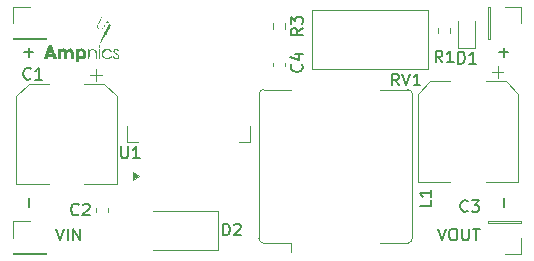
<source format=gbr>
%TF.GenerationSoftware,KiCad,Pcbnew,9.0.1*%
%TF.CreationDate,2025-11-29T01:29:33+04:00*%
%TF.ProjectId,BC-LM2596-ADJ,42432d4c-4d32-4353-9936-2d41444a2e6b,rev?*%
%TF.SameCoordinates,Original*%
%TF.FileFunction,Legend,Top*%
%TF.FilePolarity,Positive*%
%FSLAX46Y46*%
G04 Gerber Fmt 4.6, Leading zero omitted, Abs format (unit mm)*
G04 Created by KiCad (PCBNEW 9.0.1) date 2025-11-29 01:29:33*
%MOMM*%
%LPD*%
G01*
G04 APERTURE LIST*
%ADD10C,0.200000*%
%ADD11C,0.150000*%
%ADD12C,0.120000*%
%ADD13C,0.000000*%
G04 APERTURE END LIST*
D10*
X131536266Y-87020906D02*
X131536266Y-86259002D01*
X125976816Y-88817219D02*
X126310149Y-89817219D01*
X126310149Y-89817219D02*
X126643482Y-88817219D01*
X127167292Y-88817219D02*
X127357768Y-88817219D01*
X127357768Y-88817219D02*
X127453006Y-88864838D01*
X127453006Y-88864838D02*
X127548244Y-88960076D01*
X127548244Y-88960076D02*
X127595863Y-89150552D01*
X127595863Y-89150552D02*
X127595863Y-89483885D01*
X127595863Y-89483885D02*
X127548244Y-89674361D01*
X127548244Y-89674361D02*
X127453006Y-89769600D01*
X127453006Y-89769600D02*
X127357768Y-89817219D01*
X127357768Y-89817219D02*
X127167292Y-89817219D01*
X127167292Y-89817219D02*
X127072054Y-89769600D01*
X127072054Y-89769600D02*
X126976816Y-89674361D01*
X126976816Y-89674361D02*
X126929197Y-89483885D01*
X126929197Y-89483885D02*
X126929197Y-89150552D01*
X126929197Y-89150552D02*
X126976816Y-88960076D01*
X126976816Y-88960076D02*
X127072054Y-88864838D01*
X127072054Y-88864838D02*
X127167292Y-88817219D01*
X128024435Y-88817219D02*
X128024435Y-89626742D01*
X128024435Y-89626742D02*
X128072054Y-89721980D01*
X128072054Y-89721980D02*
X128119673Y-89769600D01*
X128119673Y-89769600D02*
X128214911Y-89817219D01*
X128214911Y-89817219D02*
X128405387Y-89817219D01*
X128405387Y-89817219D02*
X128500625Y-89769600D01*
X128500625Y-89769600D02*
X128548244Y-89721980D01*
X128548244Y-89721980D02*
X128595863Y-89626742D01*
X128595863Y-89626742D02*
X128595863Y-88817219D01*
X128929197Y-88817219D02*
X129500625Y-88817219D01*
X129214911Y-89817219D02*
X129214911Y-88817219D01*
X131169673Y-73886266D02*
X131931578Y-73886266D01*
X131550625Y-74267219D02*
X131550625Y-73505314D01*
X93626816Y-88817219D02*
X93960149Y-89817219D01*
X93960149Y-89817219D02*
X94293482Y-88817219D01*
X94626816Y-89817219D02*
X94626816Y-88817219D01*
X95103006Y-89817219D02*
X95103006Y-88817219D01*
X95103006Y-88817219D02*
X95674434Y-89817219D01*
X95674434Y-89817219D02*
X95674434Y-88817219D01*
X91336266Y-87020906D02*
X91336266Y-86259002D01*
X90919673Y-73886266D02*
X91681578Y-73886266D01*
X91300625Y-74267219D02*
X91300625Y-73505314D01*
D11*
X107761905Y-89404819D02*
X107761905Y-88404819D01*
X107761905Y-88404819D02*
X108000000Y-88404819D01*
X108000000Y-88404819D02*
X108142857Y-88452438D01*
X108142857Y-88452438D02*
X108238095Y-88547676D01*
X108238095Y-88547676D02*
X108285714Y-88642914D01*
X108285714Y-88642914D02*
X108333333Y-88833390D01*
X108333333Y-88833390D02*
X108333333Y-88976247D01*
X108333333Y-88976247D02*
X108285714Y-89166723D01*
X108285714Y-89166723D02*
X108238095Y-89261961D01*
X108238095Y-89261961D02*
X108142857Y-89357200D01*
X108142857Y-89357200D02*
X108000000Y-89404819D01*
X108000000Y-89404819D02*
X107761905Y-89404819D01*
X108714286Y-88500057D02*
X108761905Y-88452438D01*
X108761905Y-88452438D02*
X108857143Y-88404819D01*
X108857143Y-88404819D02*
X109095238Y-88404819D01*
X109095238Y-88404819D02*
X109190476Y-88452438D01*
X109190476Y-88452438D02*
X109238095Y-88500057D01*
X109238095Y-88500057D02*
X109285714Y-88595295D01*
X109285714Y-88595295D02*
X109285714Y-88690533D01*
X109285714Y-88690533D02*
X109238095Y-88833390D01*
X109238095Y-88833390D02*
X108666667Y-89404819D01*
X108666667Y-89404819D02*
X109285714Y-89404819D01*
X128483333Y-87309580D02*
X128435714Y-87357200D01*
X128435714Y-87357200D02*
X128292857Y-87404819D01*
X128292857Y-87404819D02*
X128197619Y-87404819D01*
X128197619Y-87404819D02*
X128054762Y-87357200D01*
X128054762Y-87357200D02*
X127959524Y-87261961D01*
X127959524Y-87261961D02*
X127911905Y-87166723D01*
X127911905Y-87166723D02*
X127864286Y-86976247D01*
X127864286Y-86976247D02*
X127864286Y-86833390D01*
X127864286Y-86833390D02*
X127911905Y-86642914D01*
X127911905Y-86642914D02*
X127959524Y-86547676D01*
X127959524Y-86547676D02*
X128054762Y-86452438D01*
X128054762Y-86452438D02*
X128197619Y-86404819D01*
X128197619Y-86404819D02*
X128292857Y-86404819D01*
X128292857Y-86404819D02*
X128435714Y-86452438D01*
X128435714Y-86452438D02*
X128483333Y-86500057D01*
X128816667Y-86404819D02*
X129435714Y-86404819D01*
X129435714Y-86404819D02*
X129102381Y-86785771D01*
X129102381Y-86785771D02*
X129245238Y-86785771D01*
X129245238Y-86785771D02*
X129340476Y-86833390D01*
X129340476Y-86833390D02*
X129388095Y-86881009D01*
X129388095Y-86881009D02*
X129435714Y-86976247D01*
X129435714Y-86976247D02*
X129435714Y-87214342D01*
X129435714Y-87214342D02*
X129388095Y-87309580D01*
X129388095Y-87309580D02*
X129340476Y-87357200D01*
X129340476Y-87357200D02*
X129245238Y-87404819D01*
X129245238Y-87404819D02*
X128959524Y-87404819D01*
X128959524Y-87404819D02*
X128864286Y-87357200D01*
X128864286Y-87357200D02*
X128816667Y-87309580D01*
X127661905Y-74854819D02*
X127661905Y-73854819D01*
X127661905Y-73854819D02*
X127900000Y-73854819D01*
X127900000Y-73854819D02*
X128042857Y-73902438D01*
X128042857Y-73902438D02*
X128138095Y-73997676D01*
X128138095Y-73997676D02*
X128185714Y-74092914D01*
X128185714Y-74092914D02*
X128233333Y-74283390D01*
X128233333Y-74283390D02*
X128233333Y-74426247D01*
X128233333Y-74426247D02*
X128185714Y-74616723D01*
X128185714Y-74616723D02*
X128138095Y-74711961D01*
X128138095Y-74711961D02*
X128042857Y-74807200D01*
X128042857Y-74807200D02*
X127900000Y-74854819D01*
X127900000Y-74854819D02*
X127661905Y-74854819D01*
X129185714Y-74854819D02*
X128614286Y-74854819D01*
X128900000Y-74854819D02*
X128900000Y-73854819D01*
X128900000Y-73854819D02*
X128804762Y-73997676D01*
X128804762Y-73997676D02*
X128709524Y-74092914D01*
X128709524Y-74092914D02*
X128614286Y-74140533D01*
X99138095Y-81854819D02*
X99138095Y-82664342D01*
X99138095Y-82664342D02*
X99185714Y-82759580D01*
X99185714Y-82759580D02*
X99233333Y-82807200D01*
X99233333Y-82807200D02*
X99328571Y-82854819D01*
X99328571Y-82854819D02*
X99519047Y-82854819D01*
X99519047Y-82854819D02*
X99614285Y-82807200D01*
X99614285Y-82807200D02*
X99661904Y-82759580D01*
X99661904Y-82759580D02*
X99709523Y-82664342D01*
X99709523Y-82664342D02*
X99709523Y-81854819D01*
X100709523Y-82854819D02*
X100138095Y-82854819D01*
X100423809Y-82854819D02*
X100423809Y-81854819D01*
X100423809Y-81854819D02*
X100328571Y-81997676D01*
X100328571Y-81997676D02*
X100233333Y-82092914D01*
X100233333Y-82092914D02*
X100138095Y-82140533D01*
X122654761Y-76704819D02*
X122321428Y-76228628D01*
X122083333Y-76704819D02*
X122083333Y-75704819D01*
X122083333Y-75704819D02*
X122464285Y-75704819D01*
X122464285Y-75704819D02*
X122559523Y-75752438D01*
X122559523Y-75752438D02*
X122607142Y-75800057D01*
X122607142Y-75800057D02*
X122654761Y-75895295D01*
X122654761Y-75895295D02*
X122654761Y-76038152D01*
X122654761Y-76038152D02*
X122607142Y-76133390D01*
X122607142Y-76133390D02*
X122559523Y-76181009D01*
X122559523Y-76181009D02*
X122464285Y-76228628D01*
X122464285Y-76228628D02*
X122083333Y-76228628D01*
X122940476Y-75704819D02*
X123273809Y-76704819D01*
X123273809Y-76704819D02*
X123607142Y-75704819D01*
X124464285Y-76704819D02*
X123892857Y-76704819D01*
X124178571Y-76704819D02*
X124178571Y-75704819D01*
X124178571Y-75704819D02*
X124083333Y-75847676D01*
X124083333Y-75847676D02*
X123988095Y-75942914D01*
X123988095Y-75942914D02*
X123892857Y-75990533D01*
X95533333Y-87609580D02*
X95485714Y-87657200D01*
X95485714Y-87657200D02*
X95342857Y-87704819D01*
X95342857Y-87704819D02*
X95247619Y-87704819D01*
X95247619Y-87704819D02*
X95104762Y-87657200D01*
X95104762Y-87657200D02*
X95009524Y-87561961D01*
X95009524Y-87561961D02*
X94961905Y-87466723D01*
X94961905Y-87466723D02*
X94914286Y-87276247D01*
X94914286Y-87276247D02*
X94914286Y-87133390D01*
X94914286Y-87133390D02*
X94961905Y-86942914D01*
X94961905Y-86942914D02*
X95009524Y-86847676D01*
X95009524Y-86847676D02*
X95104762Y-86752438D01*
X95104762Y-86752438D02*
X95247619Y-86704819D01*
X95247619Y-86704819D02*
X95342857Y-86704819D01*
X95342857Y-86704819D02*
X95485714Y-86752438D01*
X95485714Y-86752438D02*
X95533333Y-86800057D01*
X95914286Y-86800057D02*
X95961905Y-86752438D01*
X95961905Y-86752438D02*
X96057143Y-86704819D01*
X96057143Y-86704819D02*
X96295238Y-86704819D01*
X96295238Y-86704819D02*
X96390476Y-86752438D01*
X96390476Y-86752438D02*
X96438095Y-86800057D01*
X96438095Y-86800057D02*
X96485714Y-86895295D01*
X96485714Y-86895295D02*
X96485714Y-86990533D01*
X96485714Y-86990533D02*
X96438095Y-87133390D01*
X96438095Y-87133390D02*
X95866667Y-87704819D01*
X95866667Y-87704819D02*
X96485714Y-87704819D01*
X91483333Y-76109580D02*
X91435714Y-76157200D01*
X91435714Y-76157200D02*
X91292857Y-76204819D01*
X91292857Y-76204819D02*
X91197619Y-76204819D01*
X91197619Y-76204819D02*
X91054762Y-76157200D01*
X91054762Y-76157200D02*
X90959524Y-76061961D01*
X90959524Y-76061961D02*
X90911905Y-75966723D01*
X90911905Y-75966723D02*
X90864286Y-75776247D01*
X90864286Y-75776247D02*
X90864286Y-75633390D01*
X90864286Y-75633390D02*
X90911905Y-75442914D01*
X90911905Y-75442914D02*
X90959524Y-75347676D01*
X90959524Y-75347676D02*
X91054762Y-75252438D01*
X91054762Y-75252438D02*
X91197619Y-75204819D01*
X91197619Y-75204819D02*
X91292857Y-75204819D01*
X91292857Y-75204819D02*
X91435714Y-75252438D01*
X91435714Y-75252438D02*
X91483333Y-75300057D01*
X92435714Y-76204819D02*
X91864286Y-76204819D01*
X92150000Y-76204819D02*
X92150000Y-75204819D01*
X92150000Y-75204819D02*
X92054762Y-75347676D01*
X92054762Y-75347676D02*
X91959524Y-75442914D01*
X91959524Y-75442914D02*
X91864286Y-75490533D01*
X126333333Y-74754819D02*
X126000000Y-74278628D01*
X125761905Y-74754819D02*
X125761905Y-73754819D01*
X125761905Y-73754819D02*
X126142857Y-73754819D01*
X126142857Y-73754819D02*
X126238095Y-73802438D01*
X126238095Y-73802438D02*
X126285714Y-73850057D01*
X126285714Y-73850057D02*
X126333333Y-73945295D01*
X126333333Y-73945295D02*
X126333333Y-74088152D01*
X126333333Y-74088152D02*
X126285714Y-74183390D01*
X126285714Y-74183390D02*
X126238095Y-74231009D01*
X126238095Y-74231009D02*
X126142857Y-74278628D01*
X126142857Y-74278628D02*
X125761905Y-74278628D01*
X127285714Y-74754819D02*
X126714286Y-74754819D01*
X127000000Y-74754819D02*
X127000000Y-73754819D01*
X127000000Y-73754819D02*
X126904762Y-73897676D01*
X126904762Y-73897676D02*
X126809524Y-73992914D01*
X126809524Y-73992914D02*
X126714286Y-74040533D01*
X114409580Y-74916666D02*
X114457200Y-74964285D01*
X114457200Y-74964285D02*
X114504819Y-75107142D01*
X114504819Y-75107142D02*
X114504819Y-75202380D01*
X114504819Y-75202380D02*
X114457200Y-75345237D01*
X114457200Y-75345237D02*
X114361961Y-75440475D01*
X114361961Y-75440475D02*
X114266723Y-75488094D01*
X114266723Y-75488094D02*
X114076247Y-75535713D01*
X114076247Y-75535713D02*
X113933390Y-75535713D01*
X113933390Y-75535713D02*
X113742914Y-75488094D01*
X113742914Y-75488094D02*
X113647676Y-75440475D01*
X113647676Y-75440475D02*
X113552438Y-75345237D01*
X113552438Y-75345237D02*
X113504819Y-75202380D01*
X113504819Y-75202380D02*
X113504819Y-75107142D01*
X113504819Y-75107142D02*
X113552438Y-74964285D01*
X113552438Y-74964285D02*
X113600057Y-74916666D01*
X113838152Y-74059523D02*
X114504819Y-74059523D01*
X113457200Y-74297618D02*
X114171485Y-74535713D01*
X114171485Y-74535713D02*
X114171485Y-73916666D01*
X114504819Y-71841666D02*
X114028628Y-72174999D01*
X114504819Y-72413094D02*
X113504819Y-72413094D01*
X113504819Y-72413094D02*
X113504819Y-72032142D01*
X113504819Y-72032142D02*
X113552438Y-71936904D01*
X113552438Y-71936904D02*
X113600057Y-71889285D01*
X113600057Y-71889285D02*
X113695295Y-71841666D01*
X113695295Y-71841666D02*
X113838152Y-71841666D01*
X113838152Y-71841666D02*
X113933390Y-71889285D01*
X113933390Y-71889285D02*
X113981009Y-71936904D01*
X113981009Y-71936904D02*
X114028628Y-72032142D01*
X114028628Y-72032142D02*
X114028628Y-72413094D01*
X113504819Y-71508332D02*
X113504819Y-70889285D01*
X113504819Y-70889285D02*
X113885771Y-71222618D01*
X113885771Y-71222618D02*
X113885771Y-71079761D01*
X113885771Y-71079761D02*
X113933390Y-70984523D01*
X113933390Y-70984523D02*
X113981009Y-70936904D01*
X113981009Y-70936904D02*
X114076247Y-70889285D01*
X114076247Y-70889285D02*
X114314342Y-70889285D01*
X114314342Y-70889285D02*
X114409580Y-70936904D01*
X114409580Y-70936904D02*
X114457200Y-70984523D01*
X114457200Y-70984523D02*
X114504819Y-71079761D01*
X114504819Y-71079761D02*
X114504819Y-71365475D01*
X114504819Y-71365475D02*
X114457200Y-71460713D01*
X114457200Y-71460713D02*
X114409580Y-71508332D01*
X125404819Y-86416666D02*
X125404819Y-86892856D01*
X125404819Y-86892856D02*
X124404819Y-86892856D01*
X125404819Y-85559523D02*
X125404819Y-86130951D01*
X125404819Y-85845237D02*
X124404819Y-85845237D01*
X124404819Y-85845237D02*
X124547676Y-85940475D01*
X124547676Y-85940475D02*
X124642914Y-86035713D01*
X124642914Y-86035713D02*
X124690533Y-86130951D01*
D12*
%TO.C,D2*%
X107360000Y-87300000D02*
X101850000Y-87300000D01*
X107360000Y-90600000D02*
X101850000Y-90600000D01*
X107360000Y-90600000D02*
X107360000Y-87300000D01*
%TO.C,C3*%
X124240000Y-77396937D02*
X124240000Y-84852500D01*
X124240000Y-84852500D02*
X126990000Y-84852500D01*
X125304437Y-76332500D02*
X124240000Y-77396937D01*
X125304437Y-76332500D02*
X126990000Y-76332500D01*
X131010000Y-75092500D02*
X131010000Y-76092500D01*
X131510000Y-75592500D02*
X130510000Y-75592500D01*
X131695563Y-76332500D02*
X130010000Y-76332500D01*
X131695563Y-76332500D02*
X132760000Y-77396937D01*
X132760000Y-77396937D02*
X132760000Y-84852500D01*
X132760000Y-84852500D02*
X130010000Y-84852500D01*
%TO.C,D1*%
X127665000Y-71250000D02*
X127665000Y-73535000D01*
X127665000Y-73535000D02*
X129135000Y-73535000D01*
X129135000Y-73535000D02*
X129135000Y-71250000D01*
%TO.C,U1*%
X99650000Y-80160000D02*
X99650000Y-81525000D01*
X99650000Y-81525000D02*
X100600000Y-81525000D01*
X110050000Y-80160000D02*
X110050000Y-81525000D01*
X110050000Y-81525000D02*
X109100000Y-81525000D01*
X100640000Y-84350000D02*
X100170000Y-84690000D01*
X100170000Y-84010000D01*
X100640000Y-84350000D01*
G36*
X100640000Y-84350000D02*
G01*
X100170000Y-84690000D01*
X100170000Y-84010000D01*
X100640000Y-84350000D01*
G37*
%TO.C,J3*%
X130220000Y-70020000D02*
X130220000Y-72780000D01*
X130330000Y-70020000D02*
X130220000Y-70020000D01*
X130330000Y-70020000D02*
X130330000Y-72780000D01*
X130330000Y-72780000D02*
X130220000Y-72780000D01*
X131600000Y-70020000D02*
X132980000Y-70020000D01*
X132980000Y-70020000D02*
X132980000Y-71400000D01*
%TO.C,J4*%
X130220000Y-88330000D02*
X130220000Y-88220000D01*
X132980000Y-88220000D02*
X130220000Y-88220000D01*
X132980000Y-88330000D02*
X130220000Y-88330000D01*
X132980000Y-88330000D02*
X132980000Y-88220000D01*
X132980000Y-89600000D02*
X132980000Y-90980000D01*
X132980000Y-90980000D02*
X131600000Y-90980000D01*
%TO.C,J1*%
X90020000Y-70020000D02*
X91400000Y-70020000D01*
X90020000Y-71400000D02*
X90020000Y-70020000D01*
X90020000Y-72670000D02*
X90020000Y-72780000D01*
X90020000Y-72670000D02*
X92780000Y-72670000D01*
X90020000Y-72780000D02*
X92780000Y-72780000D01*
X92780000Y-72670000D02*
X92780000Y-72780000D01*
D13*
%TO.C,G\u002A\u002A\u002A*%
G36*
X97332762Y-73602157D02*
G01*
X97350312Y-73611783D01*
X97362932Y-73633608D01*
X97371288Y-73672359D01*
X97376044Y-73732768D01*
X97377864Y-73819563D01*
X97377414Y-73937474D01*
X97375679Y-74070000D01*
X97370000Y-74450000D01*
X97315000Y-74456328D01*
X97260000Y-74462656D01*
X97260000Y-74031328D01*
X97260000Y-73600000D01*
X97309618Y-73600000D01*
X97332762Y-73602157D01*
G37*
G36*
X97315000Y-73303671D02*
G01*
X97348983Y-73311142D01*
X97365034Y-73330902D01*
X97369781Y-73374557D01*
X97370000Y-73400000D01*
X97367823Y-73455859D01*
X97356877Y-73483385D01*
X97330532Y-73494183D01*
X97315000Y-73496328D01*
X97282764Y-73497840D01*
X97266481Y-73486350D01*
X97260708Y-73452324D01*
X97260000Y-73400000D01*
X97261177Y-73339968D01*
X97268337Y-73310400D01*
X97286922Y-73301763D01*
X97315000Y-73303671D01*
G37*
G36*
X96775212Y-73591806D02*
G01*
X96874318Y-73619048D01*
X96952689Y-73663399D01*
X97012220Y-73728597D01*
X97054803Y-73818380D01*
X97082333Y-73936485D01*
X97096704Y-74086649D01*
X97100000Y-74232729D01*
X97100000Y-74460000D01*
X97040000Y-74460000D01*
X96980000Y-74460000D01*
X96980000Y-74174687D01*
X96978003Y-74036468D01*
X96970718Y-73931805D01*
X96956200Y-73854395D01*
X96932508Y-73797936D01*
X96897699Y-73756125D01*
X96849828Y-73722657D01*
X96838766Y-73716545D01*
X96759238Y-73685611D01*
X96683177Y-73685461D01*
X96609795Y-73708796D01*
X96557084Y-73736002D01*
X96518092Y-73771259D01*
X96490869Y-73820511D01*
X96473465Y-73889704D01*
X96463927Y-73984781D01*
X96460305Y-74111689D01*
X96460074Y-74165000D01*
X96460000Y-74460000D01*
X96400000Y-74460000D01*
X96340000Y-74460000D01*
X96340000Y-74030000D01*
X96340000Y-73600000D01*
X96390000Y-73600000D01*
X96430860Y-73612889D01*
X96444893Y-73653411D01*
X96442368Y-73685000D01*
X96450376Y-73699908D01*
X96476604Y-73690065D01*
X96507222Y-73663069D01*
X96563475Y-73624238D01*
X96642487Y-73597717D01*
X96727811Y-73587878D01*
X96775212Y-73591806D01*
G37*
G36*
X98087669Y-73606024D02*
G01*
X98196026Y-73648105D01*
X98287856Y-73716771D01*
X98352413Y-73805000D01*
X98369905Y-73843173D01*
X98362965Y-73857704D01*
X98327533Y-73860000D01*
X98269035Y-73841382D01*
X98206730Y-73790692D01*
X98118990Y-73725337D01*
X98021602Y-73693445D01*
X97921460Y-73692248D01*
X97825460Y-73718980D01*
X97740496Y-73770873D01*
X97673464Y-73845159D01*
X97631257Y-73939071D01*
X97620000Y-74026200D01*
X97637134Y-74139614D01*
X97684205Y-74233997D01*
X97754719Y-74306827D01*
X97842178Y-74355583D01*
X97940087Y-74377744D01*
X98041950Y-74370789D01*
X98141270Y-74332196D01*
X98228741Y-74262463D01*
X98274235Y-74225484D01*
X98321554Y-74203710D01*
X98360130Y-74199907D01*
X98379394Y-74216843D01*
X98380000Y-74222857D01*
X98364553Y-74256542D01*
X98324393Y-74303269D01*
X98268787Y-74354980D01*
X98207003Y-74403614D01*
X98148309Y-74441115D01*
X98110000Y-74457630D01*
X97993950Y-74476445D01*
X97881660Y-74471018D01*
X97839870Y-74461313D01*
X97712140Y-74404642D01*
X97614593Y-74322591D01*
X97548811Y-74217247D01*
X97516375Y-74090698D01*
X97513074Y-74030000D01*
X97523945Y-73916437D01*
X97560535Y-73822728D01*
X97628808Y-73734559D01*
X97641597Y-73721479D01*
X97739749Y-73648254D01*
X97851899Y-73605202D01*
X97970417Y-73591424D01*
X98087669Y-73606024D01*
G37*
G36*
X93484212Y-73844312D02*
G01*
X93539275Y-73984650D01*
X93589981Y-74114012D01*
X93634371Y-74227394D01*
X93670489Y-74319792D01*
X93696376Y-74386200D01*
X93710075Y-74421613D01*
X93711352Y-74425000D01*
X93713995Y-74442456D01*
X93701197Y-74452934D01*
X93665713Y-74458170D01*
X93600298Y-74459900D01*
X93565305Y-74460000D01*
X93406331Y-74460000D01*
X93382362Y-74380000D01*
X93358394Y-74300000D01*
X93152398Y-74300000D01*
X92946402Y-74300000D01*
X92920000Y-74380000D01*
X92893597Y-74460000D01*
X92736798Y-74460000D01*
X92663313Y-74459269D01*
X92608278Y-74457332D01*
X92581257Y-74454566D01*
X92580000Y-74453779D01*
X92587154Y-74434383D01*
X92607416Y-74382423D01*
X92638978Y-74302454D01*
X92680037Y-74199029D01*
X92728786Y-74076703D01*
X92740695Y-74046912D01*
X93040000Y-74046912D01*
X93058160Y-74053856D01*
X93105308Y-74058602D01*
X93158379Y-74060000D01*
X93276759Y-74060000D01*
X93226309Y-73895000D01*
X93201658Y-73816707D01*
X93179860Y-73751622D01*
X93164548Y-73710453D01*
X93161411Y-73703707D01*
X93149512Y-73708696D01*
X93130221Y-73747894D01*
X93105619Y-73816647D01*
X93093481Y-73855619D01*
X93070119Y-73934787D01*
X93051932Y-73998935D01*
X93041501Y-74038832D01*
X93040000Y-74046912D01*
X92740695Y-74046912D01*
X92783421Y-73940028D01*
X92807953Y-73878779D01*
X93035907Y-73310000D01*
X93152953Y-73304312D01*
X93270000Y-73298625D01*
X93484212Y-73844312D01*
G37*
G36*
X95914781Y-73588678D02*
G01*
X96016529Y-73638935D01*
X96103273Y-73717537D01*
X96168032Y-73822106D01*
X96171420Y-73830000D01*
X96193192Y-73911132D01*
X96203066Y-74010899D01*
X96200619Y-74111729D01*
X96185425Y-74196052D01*
X96180617Y-74209911D01*
X96123432Y-74312752D01*
X96043147Y-74398073D01*
X95979638Y-74440184D01*
X95881011Y-74471955D01*
X95769545Y-74479067D01*
X95662711Y-74461427D01*
X95614228Y-74442155D01*
X95540000Y-74404311D01*
X95540000Y-74572155D01*
X95540000Y-74740000D01*
X95410000Y-74740000D01*
X95280000Y-74740000D01*
X95280000Y-74170000D01*
X95280000Y-74027637D01*
X95525744Y-74027637D01*
X95528819Y-74070738D01*
X95560727Y-74144317D01*
X95619028Y-74199886D01*
X95693231Y-74233015D01*
X95772846Y-74239272D01*
X95847383Y-74214227D01*
X95855664Y-74208785D01*
X95917582Y-74146127D01*
X95947406Y-74073742D01*
X95948848Y-73998583D01*
X95925622Y-73927604D01*
X95881441Y-73867759D01*
X95820018Y-73826001D01*
X95745067Y-73809283D01*
X95660301Y-73824560D01*
X95652202Y-73827790D01*
X95588514Y-73874251D01*
X95544095Y-73945330D01*
X95525744Y-74027637D01*
X95280000Y-74027637D01*
X95280000Y-73600000D01*
X95400000Y-73600000D01*
X95467087Y-73601491D01*
X95503338Y-73607961D01*
X95517869Y-73622402D01*
X95520000Y-73639397D01*
X95522280Y-73662593D01*
X95535214Y-73665173D01*
X95567937Y-73646129D01*
X95589324Y-73631749D01*
X95694196Y-73582707D01*
X95805009Y-73569142D01*
X95914781Y-73588678D01*
G37*
G36*
X98809341Y-73606228D02*
G01*
X98883355Y-73652595D01*
X98935915Y-73723410D01*
X98950741Y-73765000D01*
X98956313Y-73804027D01*
X98939031Y-73818248D01*
X98906552Y-73820000D01*
X98860436Y-73810878D01*
X98832709Y-73776018D01*
X98826462Y-73760902D01*
X98790310Y-73708967D01*
X98739580Y-73685907D01*
X98684867Y-73689510D01*
X98636765Y-73717565D01*
X98605870Y-73767862D01*
X98600000Y-73808160D01*
X98609251Y-73860718D01*
X98641236Y-73901222D01*
X98702303Y-73935448D01*
X98765339Y-73958630D01*
X98827951Y-73988656D01*
X98892776Y-74033645D01*
X98910339Y-74049024D01*
X98954687Y-74096891D01*
X98974977Y-74142021D01*
X98979992Y-74204507D01*
X98980000Y-74208354D01*
X98966155Y-74314983D01*
X98924045Y-74394098D01*
X98852858Y-74447303D01*
X98750466Y-74476767D01*
X98651031Y-74468983D01*
X98585970Y-74440809D01*
X98523261Y-74385836D01*
X98478062Y-74314414D01*
X98460021Y-74241946D01*
X98460000Y-74239664D01*
X98467958Y-74209076D01*
X98499251Y-74202428D01*
X98512508Y-74203671D01*
X98554127Y-74219506D01*
X98581098Y-74261534D01*
X98587508Y-74279570D01*
X98624428Y-74339925D01*
X98680368Y-74372653D01*
X98744821Y-74377116D01*
X98807281Y-74352672D01*
X98857241Y-74298682D01*
X98858720Y-74296097D01*
X98879939Y-74238903D01*
X98872522Y-74187870D01*
X98833653Y-74138895D01*
X98760519Y-74087875D01*
X98689942Y-74050000D01*
X98593885Y-73997239D01*
X98531124Y-73949076D01*
X98496524Y-73899004D01*
X98484953Y-73840518D01*
X98487521Y-73793447D01*
X98514240Y-73706479D01*
X98572751Y-73641574D01*
X98636053Y-73606531D01*
X98723648Y-73589232D01*
X98809341Y-73606228D01*
G37*
G36*
X94358198Y-73581433D02*
G01*
X94445058Y-73629050D01*
X94469770Y-73651104D01*
X94534958Y-73716291D01*
X94572479Y-73667102D01*
X94629479Y-73619492D01*
X94710315Y-73584805D01*
X94799597Y-73568123D01*
X94864309Y-73570728D01*
X94954770Y-73604268D01*
X95034577Y-73666787D01*
X95090090Y-73747375D01*
X95092719Y-73753423D01*
X95104853Y-73800049D01*
X95113267Y-73875012D01*
X95118223Y-73982053D01*
X95119988Y-74124917D01*
X95120000Y-74139357D01*
X95120000Y-74460000D01*
X94990000Y-74460000D01*
X94860000Y-74460000D01*
X94860000Y-74188685D01*
X94858448Y-74081041D01*
X94854162Y-73988226D01*
X94847698Y-73918344D01*
X94839609Y-73879499D01*
X94838692Y-73877557D01*
X94793671Y-73832011D01*
X94729425Y-73815495D01*
X94675546Y-73824549D01*
X94640059Y-73845443D01*
X94614043Y-73883183D01*
X94596289Y-73942841D01*
X94585587Y-74029492D01*
X94580729Y-74148208D01*
X94580111Y-74225000D01*
X94580000Y-74460000D01*
X94450000Y-74460000D01*
X94320000Y-74460000D01*
X94320000Y-74171428D01*
X94319246Y-74053193D01*
X94316571Y-73968625D01*
X94311355Y-73911415D01*
X94302978Y-73875251D01*
X94290821Y-73853824D01*
X94288571Y-73851428D01*
X94230645Y-73818631D01*
X94165241Y-73819097D01*
X94105803Y-73851999D01*
X94095000Y-73863348D01*
X94080670Y-73885693D01*
X94070779Y-73917944D01*
X94064558Y-73967098D01*
X94061239Y-74040151D01*
X94060054Y-74144099D01*
X94060000Y-74182215D01*
X94060000Y-74460000D01*
X93930000Y-74460000D01*
X93800000Y-74460000D01*
X93800000Y-74030000D01*
X93800000Y-73600000D01*
X93920000Y-73600000D01*
X93987127Y-73601511D01*
X94023401Y-73608017D01*
X94037916Y-73622477D01*
X94040000Y-73639045D01*
X94042448Y-73662870D01*
X94055587Y-73661473D01*
X94088111Y-73633498D01*
X94090650Y-73631148D01*
X94171012Y-73581957D01*
X94263522Y-73565560D01*
X94358198Y-73581433D01*
G37*
G36*
X97519931Y-70832966D02*
G01*
X97520000Y-70838218D01*
X97508364Y-70913937D01*
X97476029Y-71012074D01*
X97426853Y-71123471D01*
X97364694Y-71238970D01*
X97322682Y-71306566D01*
X97256171Y-71410296D01*
X97210095Y-71489585D01*
X97181021Y-71552092D01*
X97165519Y-71605478D01*
X97160159Y-71657402D01*
X97160000Y-71669767D01*
X97178400Y-71746104D01*
X97227524Y-71812534D01*
X97298256Y-71862732D01*
X97381481Y-71890377D01*
X97468083Y-71889144D01*
X97474250Y-71887762D01*
X97566681Y-71856177D01*
X97633168Y-71808202D01*
X97680016Y-71736625D01*
X97713529Y-71634237D01*
X97719700Y-71607041D01*
X97752075Y-71481984D01*
X97788769Y-71392480D01*
X97831856Y-71334145D01*
X97858095Y-71314306D01*
X97945319Y-71282515D01*
X98029733Y-71288131D01*
X98106160Y-71328630D01*
X98169424Y-71401489D01*
X98208325Y-71485020D01*
X98246651Y-71598469D01*
X98191462Y-71728322D01*
X98155370Y-71806611D01*
X98107179Y-71902324D01*
X98055458Y-71998639D01*
X98038137Y-72029328D01*
X97995719Y-72108322D01*
X97962526Y-72179685D01*
X97943130Y-72233076D01*
X97940000Y-72251233D01*
X97931035Y-72299444D01*
X97909371Y-72361442D01*
X97882854Y-72416693D01*
X97869169Y-72436620D01*
X97849577Y-72433451D01*
X97819299Y-72419625D01*
X97790781Y-72408358D01*
X97786768Y-72414771D01*
X97782786Y-72439496D01*
X97762622Y-72491061D01*
X97730234Y-72561899D01*
X97689577Y-72644442D01*
X97644610Y-72731125D01*
X97599290Y-72814381D01*
X97557574Y-72886643D01*
X97523419Y-72940345D01*
X97500783Y-72967920D01*
X97496387Y-72970000D01*
X97472089Y-72986613D01*
X97444238Y-73027953D01*
X97437082Y-73042532D01*
X97407011Y-73098393D01*
X97381251Y-73128084D01*
X97364300Y-73127889D01*
X97360074Y-73106180D01*
X97370185Y-73065448D01*
X97394843Y-73013306D01*
X97398987Y-73006304D01*
X97422103Y-72957689D01*
X97416302Y-72935483D01*
X97415217Y-72935072D01*
X97415569Y-72915339D01*
X97433828Y-72865193D01*
X97468119Y-72788988D01*
X97516568Y-72691078D01*
X97538251Y-72649182D01*
X97594555Y-72539949D01*
X97633293Y-72460134D01*
X97656589Y-72404338D01*
X97660435Y-72390000D01*
X97740000Y-72390000D01*
X97750000Y-72400000D01*
X97760000Y-72390000D01*
X97750000Y-72380000D01*
X97740000Y-72390000D01*
X97660435Y-72390000D01*
X97666562Y-72367157D01*
X97665334Y-72343192D01*
X97661589Y-72335113D01*
X97654033Y-72288971D01*
X97673307Y-72232313D01*
X97713581Y-72177720D01*
X97747377Y-72149878D01*
X97779928Y-72114177D01*
X97816801Y-72051520D01*
X97846869Y-71984429D01*
X97885500Y-71895407D01*
X97933031Y-71799889D01*
X97984629Y-71706165D01*
X98035460Y-71622527D01*
X98080688Y-71557266D01*
X98115480Y-71518673D01*
X98120613Y-71514975D01*
X98153181Y-71485147D01*
X98154412Y-71449829D01*
X98124194Y-71399965D01*
X98119133Y-71393440D01*
X98057953Y-71344721D01*
X97983200Y-71326485D01*
X97906967Y-71338532D01*
X97841345Y-71380663D01*
X97826186Y-71398266D01*
X97810467Y-71432531D01*
X97790962Y-71493672D01*
X97771558Y-71569312D01*
X97769149Y-71580000D01*
X97747897Y-71662094D01*
X97723343Y-71736512D01*
X97700590Y-71787901D01*
X97699344Y-71790000D01*
X97631855Y-71865333D01*
X97543845Y-71913270D01*
X97444579Y-71933112D01*
X97343321Y-71924159D01*
X97249337Y-71885713D01*
X97181826Y-71829025D01*
X97136935Y-71757142D01*
X97121065Y-71674343D01*
X97134838Y-71577647D01*
X97178874Y-71464072D01*
X97253795Y-71330638D01*
X97300537Y-71259207D01*
X97385007Y-71121652D01*
X97440313Y-70998907D01*
X97469768Y-70885000D01*
X97483011Y-70832761D01*
X97499215Y-70803482D01*
X97513236Y-70801953D01*
X97519931Y-70832966D01*
G37*
D12*
%TO.C,RV1*%
X115335000Y-70280000D02*
X115335000Y-75330000D01*
X115335000Y-70280000D02*
X125085000Y-70280000D01*
X115335000Y-75330000D02*
X125085000Y-75330000D01*
X125085000Y-70280000D02*
X125085000Y-75330000D01*
%TO.C,C2*%
X96990000Y-87109420D02*
X96990000Y-87390580D01*
X98010000Y-87109420D02*
X98010000Y-87390580D01*
%TO.C,C1*%
X90240000Y-77604437D02*
X90240000Y-85060000D01*
X90240000Y-85060000D02*
X92990000Y-85060000D01*
X91304437Y-76540000D02*
X90240000Y-77604437D01*
X91304437Y-76540000D02*
X92990000Y-76540000D01*
X97010000Y-75300000D02*
X97010000Y-76300000D01*
X97510000Y-75800000D02*
X96510000Y-75800000D01*
X97695563Y-76540000D02*
X96010000Y-76540000D01*
X97695563Y-76540000D02*
X98760000Y-77604437D01*
X98760000Y-77604437D02*
X98760000Y-85060000D01*
X98760000Y-85060000D02*
X96010000Y-85060000D01*
%TO.C,R1*%
X125977500Y-72287258D02*
X125977500Y-71812742D01*
X127022500Y-72287258D02*
X127022500Y-71812742D01*
%TO.C,C4*%
X111990000Y-75065580D02*
X111990000Y-74784420D01*
X113010000Y-75065580D02*
X113010000Y-74784420D01*
%TO.C,J2*%
X90020000Y-88220000D02*
X91400000Y-88220000D01*
X90020000Y-89600000D02*
X90020000Y-88220000D01*
X90020000Y-90870000D02*
X90020000Y-90980000D01*
X90020000Y-90870000D02*
X92780000Y-90870000D01*
X90020000Y-90980000D02*
X92780000Y-90980000D01*
X92780000Y-90870000D02*
X92780000Y-90980000D01*
%TO.C,R3*%
X111977500Y-71437742D02*
X111977500Y-71912258D01*
X113022500Y-71437742D02*
X113022500Y-71912258D01*
%TO.C,L1*%
X110800000Y-89650000D02*
X110800000Y-77450000D01*
X111200000Y-77050000D02*
X113550000Y-77050000D01*
X111200000Y-90050000D02*
X113550000Y-90050000D01*
X113550000Y-90050000D02*
X113550000Y-90800000D01*
X121050000Y-77050000D02*
X123400000Y-77050000D01*
X121050000Y-90050000D02*
X123400000Y-90050000D01*
X123800000Y-77450000D02*
X123800000Y-89650000D01*
X110800000Y-77450000D02*
G75*
G02*
X111200000Y-77050000I400000J0D01*
G01*
X111200000Y-90050000D02*
G75*
G02*
X110800000Y-89650000I-1J399999D01*
G01*
X123400000Y-77050000D02*
G75*
G02*
X123800000Y-77450000I0J-400000D01*
G01*
X123800000Y-89650000D02*
G75*
G02*
X123400000Y-90050000I-399999J-1D01*
G01*
%TD*%
M02*

</source>
